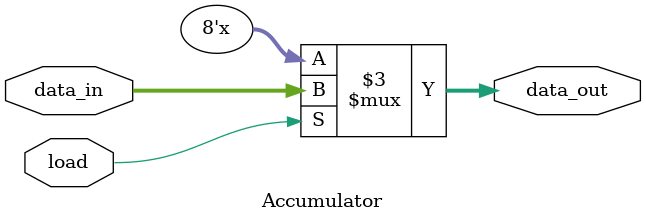
<source format=v>
module Accumulator(input [7:0] data_in, input load, output reg [7:0] data_out);
    always @(*) begin
        if (load)
            data_out = data_in;
    end
endmodule
</source>
